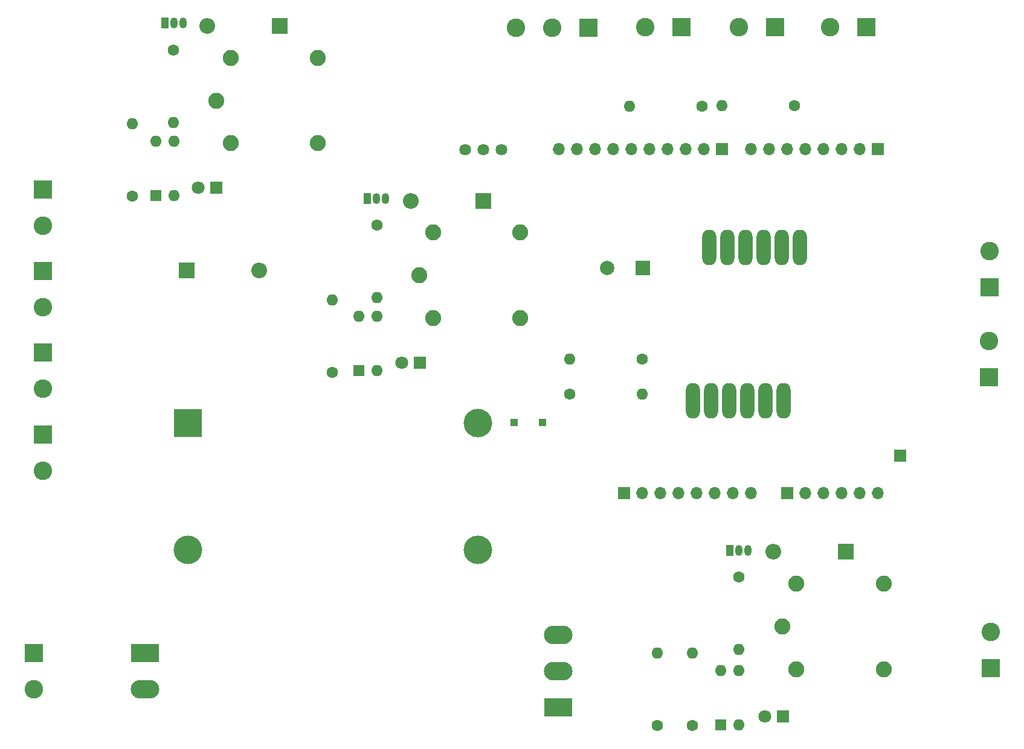
<source format=gbr>
%TF.GenerationSoftware,KiCad,Pcbnew,7.0.7*%
%TF.CreationDate,2025-08-02T13:59:43+07:00*%
%TF.ProjectId,uno-r4-shield-template,756e6f2d-7234-42d7-9368-69656c642d74,rev?*%
%TF.SameCoordinates,Original*%
%TF.FileFunction,Soldermask,Top*%
%TF.FilePolarity,Negative*%
%FSLAX46Y46*%
G04 Gerber Fmt 4.6, Leading zero omitted, Abs format (unit mm)*
G04 Created by KiCad (PCBNEW 7.0.7) date 2025-08-02 13:59:43*
%MOMM*%
%LPD*%
G01*
G04 APERTURE LIST*
%ADD10R,2.200000X2.200000*%
%ADD11O,2.200000X2.200000*%
%ADD12R,2.600000X2.600000*%
%ADD13C,2.600000*%
%ADD14C,1.600000*%
%ADD15O,1.600000X1.600000*%
%ADD16R,1.050000X1.500000*%
%ADD17O,1.050000X1.500000*%
%ADD18C,1.635000*%
%ADD19R,2.000000X2.000000*%
%ADD20C,2.000000*%
%ADD21C,2.250000*%
%ADD22R,1.600000X1.600000*%
%ADD23R,4.000000X2.600000*%
%ADD24O,4.000000X2.600000*%
%ADD25R,1.700000X1.700000*%
%ADD26R,1.000000X1.000000*%
%ADD27R,1.800000X1.800000*%
%ADD28C,1.800000*%
%ADD29O,2.000000X5.000000*%
%ADD30R,4.000000X4.000000*%
%ADD31C,4.000000*%
%ADD32O,1.700000X1.700000*%
G04 APERTURE END LIST*
D10*
%TO.C,D4*%
X118060000Y-41900000D03*
D11*
X107900000Y-41900000D03*
%TD*%
D12*
%TO.C,J9*%
X84869042Y-76340427D03*
D13*
X84869042Y-81420427D03*
%TD*%
D10*
%TO.C,D6*%
X197405000Y-115685000D03*
D11*
X187245000Y-115685000D03*
%TD*%
D14*
%TO.C,R7*%
X103200000Y-45360000D03*
D15*
X103200000Y-55520000D03*
%TD*%
D10*
%TO.C,D7*%
X105040000Y-76200000D03*
D11*
X115200000Y-76200000D03*
%TD*%
D16*
%TO.C,Q2*%
X101960000Y-41500000D03*
D17*
X103230000Y-41500000D03*
X104500000Y-41500000D03*
%TD*%
D18*
%TO.C,S1*%
X149180000Y-59300000D03*
X146640000Y-59300000D03*
X144100000Y-59300000D03*
%TD*%
D14*
%TO.C,R2*%
X158711733Y-93600000D03*
D15*
X168871733Y-93600000D03*
%TD*%
D12*
%TO.C,J6*%
X187500000Y-42100000D03*
D13*
X182420000Y-42100000D03*
%TD*%
D19*
%TO.C,C1*%
X169000000Y-75900000D03*
D20*
X164000000Y-75900000D03*
%TD*%
D14*
%TO.C,R5*%
X97400000Y-65840000D03*
D15*
X97400000Y-55680000D03*
%TD*%
D21*
%TO.C,K3*%
X188517500Y-126185000D03*
X190517500Y-132185000D03*
X202717500Y-132185000D03*
X202717500Y-120185000D03*
X190517500Y-120185000D03*
%TD*%
D22*
%TO.C,U3*%
X100725000Y-65700000D03*
D15*
X103265000Y-65700000D03*
X103265000Y-58080000D03*
X100725000Y-58080000D03*
%TD*%
D22*
%TO.C,U2*%
X129160000Y-90300000D03*
D15*
X131700000Y-90300000D03*
X131700000Y-82680000D03*
X129160000Y-82680000D03*
%TD*%
D22*
%TO.C,U4*%
X179885000Y-140005000D03*
D15*
X182425000Y-140005000D03*
X182425000Y-132385000D03*
X179885000Y-132385000D03*
%TD*%
D12*
%TO.C,J10*%
X217500000Y-91180000D03*
D13*
X217500000Y-86100000D03*
%TD*%
D14*
%TO.C,R1*%
X168851733Y-88700000D03*
D15*
X158691733Y-88700000D03*
%TD*%
D12*
%TO.C,J20*%
X161380000Y-42200000D03*
D13*
X156300000Y-42200000D03*
X151220000Y-42200000D03*
%TD*%
D23*
%TO.C,J12*%
X99205000Y-129925000D03*
D24*
X99205000Y-135005000D03*
%TD*%
D12*
%TO.C,J7*%
X84869042Y-99240427D03*
D13*
X84869042Y-104320427D03*
%TD*%
D12*
%TO.C,J16*%
X83605000Y-129925000D03*
D13*
X83605000Y-135005000D03*
%TD*%
D21*
%TO.C,K1*%
X137620000Y-76880000D03*
X139620000Y-82880000D03*
X151820000Y-82880000D03*
X151820000Y-70880000D03*
X139620000Y-70880000D03*
%TD*%
D14*
%TO.C,R8*%
X175925000Y-140065000D03*
D15*
X175925000Y-129905000D03*
%TD*%
D25*
%TO.C,J19*%
X205000000Y-102200000D03*
%TD*%
D14*
%TO.C,R9*%
X182425000Y-119205000D03*
D15*
X182425000Y-129365000D03*
%TD*%
D12*
%TO.C,J3*%
X200300000Y-42100000D03*
D13*
X195220000Y-42100000D03*
%TD*%
D12*
%TO.C,J14*%
X174400000Y-42105000D03*
D13*
X169320000Y-42105000D03*
%TD*%
D14*
%TO.C,R4*%
X125445000Y-90500000D03*
D15*
X125445000Y-80340000D03*
%TD*%
D26*
%TO.C,TP2*%
X154900000Y-97600000D03*
%TD*%
D16*
%TO.C,Q1*%
X130405000Y-66140000D03*
D17*
X131675000Y-66140000D03*
X132945000Y-66140000D03*
%TD*%
D12*
%TO.C,J11*%
X217600000Y-78600000D03*
D13*
X217600000Y-73520000D03*
%TD*%
D27*
%TO.C,D2*%
X109175000Y-64600000D03*
D28*
X106635000Y-64600000D03*
%TD*%
D14*
%TO.C,R10*%
X171025000Y-140065000D03*
D15*
X171025000Y-129905000D03*
%TD*%
D12*
%TO.C,J8*%
X84869042Y-87775427D03*
D13*
X84869042Y-92855427D03*
%TD*%
D14*
%TO.C,R12*%
X177260000Y-53200000D03*
D15*
X167100000Y-53200000D03*
%TD*%
D12*
%TO.C,J15*%
X217725000Y-132065000D03*
D13*
X217725000Y-126985000D03*
%TD*%
D29*
%TO.C,GSM_Module1*%
X190991733Y-73000000D03*
X188451733Y-73000000D03*
X185911733Y-73000000D03*
X183371733Y-73000000D03*
X180831733Y-73000000D03*
X178291733Y-73000000D03*
X188691733Y-94500000D03*
X186151733Y-94500000D03*
X183611733Y-94500000D03*
X181071733Y-94500000D03*
X178531733Y-94500000D03*
X175991733Y-94500000D03*
%TD*%
D10*
%TO.C,D3*%
X146600000Y-66480000D03*
D11*
X136440000Y-66480000D03*
%TD*%
D27*
%TO.C,D5*%
X188625000Y-138785000D03*
D28*
X186085000Y-138785000D03*
%TD*%
D30*
%TO.C,U1*%
X105180000Y-97610000D03*
D31*
X105180000Y-115390000D03*
X145820000Y-115390000D03*
X145820000Y-97610000D03*
%TD*%
D27*
%TO.C,D1*%
X137700000Y-89180000D03*
D28*
X135160000Y-89180000D03*
%TD*%
D14*
%TO.C,R6*%
X131700000Y-69840000D03*
D15*
X131700000Y-80000000D03*
%TD*%
D26*
%TO.C,TP1*%
X150900000Y-97600000D03*
%TD*%
D14*
%TO.C,R11*%
X190215000Y-53105000D03*
D15*
X180055000Y-53105000D03*
%TD*%
D12*
%TO.C,J13*%
X84869042Y-64840427D03*
D13*
X84869042Y-69920427D03*
%TD*%
D16*
%TO.C,Q3*%
X181125000Y-115485000D03*
D17*
X182395000Y-115485000D03*
X183665000Y-115485000D03*
%TD*%
D23*
%TO.C,J17*%
X157105000Y-137485000D03*
D24*
X157105000Y-132405000D03*
X157105000Y-127325000D03*
%TD*%
D21*
%TO.C,K2*%
X109200000Y-52400000D03*
X111200000Y-58400000D03*
X123400000Y-58400000D03*
X123400000Y-46400000D03*
X111200000Y-46400000D03*
%TD*%
D25*
%TO.C,J1*%
X166361733Y-107465000D03*
D32*
X168901733Y-107465000D03*
X171441733Y-107465000D03*
X173981733Y-107465000D03*
X176521733Y-107465000D03*
X179061733Y-107465000D03*
X181601733Y-107465000D03*
X184141733Y-107465000D03*
%TD*%
D25*
%TO.C,J4*%
X180091733Y-59200000D03*
D32*
X177551733Y-59200000D03*
X175011733Y-59200000D03*
X172471733Y-59200000D03*
X169931733Y-59200000D03*
X167391733Y-59200000D03*
X164851733Y-59200000D03*
X162311733Y-59200000D03*
X159771733Y-59200000D03*
X157231733Y-59200000D03*
%TD*%
D25*
%TO.C,J2*%
X189226733Y-107465000D03*
D32*
X191766733Y-107465000D03*
X194306733Y-107465000D03*
X196846733Y-107465000D03*
X199386733Y-107465000D03*
X201926733Y-107465000D03*
%TD*%
D25*
%TO.C,J5*%
X201891733Y-59200000D03*
D32*
X199351733Y-59200000D03*
X196811733Y-59200000D03*
X194271733Y-59200000D03*
X191731733Y-59200000D03*
X189191733Y-59200000D03*
X186651733Y-59200000D03*
X184111733Y-59200000D03*
%TD*%
M02*

</source>
